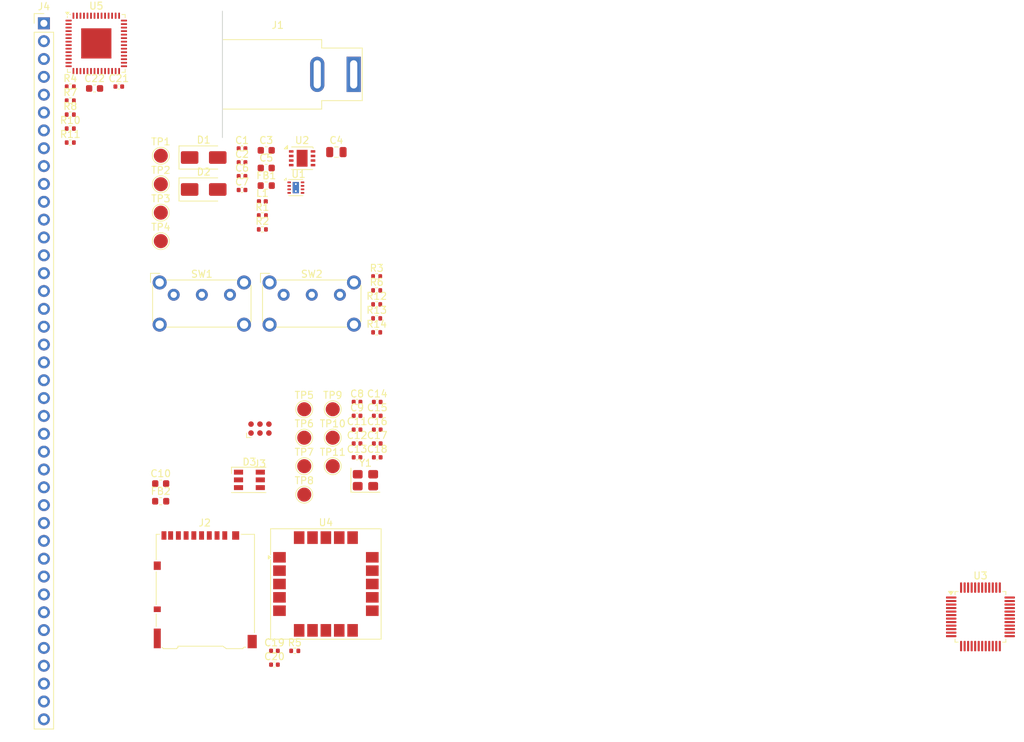
<source format=kicad_pcb>
(kicad_pcb (version 20241229) (generator "pcbnew") (generator_version "9.0")
  (layers (0 "F.Cu" signal) (4 "In1.Cu" power) (6 "In2.Cu" power) (2 "B.Cu" signal) (13 "F.Paste" user) (15 "B.Paste" user) (5 "F.SilkS" user "F.Silkscreen") (7 "B.SilkS" user "B.Silkscreen") (1 "F.Mask" user) (3 "B.Mask" user) (25 "Edge.Cuts" user))
  (net 0 "")
  (net 1 "Net-(D2-K)")
  (net 2 "GND")
  (net 3 "+12V")
  (net 4 "+5V")
  (net 5 "Net-(U2-Cdelay)")
  (net 6 "+3V3")
  (net 7 "OSC_In")
  (net 8 "OSC_Out")
  (net 9 "+A3V3")
  (net 10 "NRST")
  (net 11 "Net-(D1-A1)")
  (net 12 "Net-(D3-AR)")
  (net 13 "Net-(D3-AG)")
  (net 14 "Net-(D3-AB)")
  (net 16 "MicroSD_CS")
  (net 18 "SPI_MISO")
  (net 20 "SPI_SCK")
  (net 21 "SPI_MOSI")
  (net 24 "SWD_CLK")
  (net 25 "SWD_IO")
  (net 26 "P33")
  (net 27 "P7")
  (net 28 "P19")
  (net 29 "P29")
  (net 30 "P17")
  (net 31 "P27")
  (net 32 "P24")
  (net 33 "P39")
  (net 34 "P16")
  (net 35 "P26")
  (net 36 "P10")
  (net 37 "P13")
  (net 38 "P3")
  (net 39 "P8")
  (net 40 "P31")
  (net 41 "P18")
  (net 42 "P20")
  (net 43 "P2")
  (net 44 "P35")
  (net 45 "P36")
  (net 46 "P9")
  (net 47 "P25")
  (net 48 "P1")
  (net 49 "P11")
  (net 50 "P23")
  (net 51 "P12")
  (net 52 "P14")
  (net 53 "P6")
  (net 54 "P15")
  (net 55 "P37")
  (net 56 "P21")
  (net 57 "P28")
  (net 58 "P32")
  (net 59 "P30")
  (net 60 "P34")
  (net 61 "P5")
  (net 62 "P38")
  (net 63 "P40")
  (net 64 "P4")
  (net 65 "P22")
  (net 66 "Net-(U1-SW)")
  (net 67 "Net-(U1-PG)")
  (net 68 "Net-(U2-PWRGD)")
  (net 69 "Net-(SW1-B)")
  (net 70 "StartButtton")
  (net 71 "XPAN_OE")
  (net 72 "BOOT0")
  (net 73 "/Microcontroller/SW_BOOT0")
  (net 74 "XPAN_RESET")
  (net 75 "XPAN_INIT")
  (net 76 "I2C_SDA")
  (net 77 "I2C_SCL")
  (net 78 "Blue_LED")
  (net 79 "Green_LED")
  (net 80 "Red_LED")
  (net 81 "USART_RX")
  (net 82 "USART_TX")
  (net 103 "GPS_RESET")
  (net 104 "GPS_TIMEPULSE")
  (footprint "Capacitor_SMD:C_0402_1005Metric" (layer "F.Cu") (at 64.205 73.305)
    (property "Reference" "C16" (at 0 -1.16 0) (layer "F.SilkS"))
    (property "Value" "1u")
    (pad "1" smd roundrect (at -0.48 0) (size 0.56 0.62) (layers "F.Cu" "F.Mask" "F.Paste") (net 9 "+A3V3"))
    (pad "2" smd roundrect (at 0.48 0) (size 0.56 0.62) (layers "F.Cu" "F.Mask" "F.Paste") (net 2 "GND"))
  )
  (footprint "Button_Switch_THT:SW_E-Switch_EG1224_SPDT_Angled" (layer "F.Cu") (at 50.895 54.11)
    (property "Reference" "SW2" (at 4 -2.95 0) (layer "F.SilkS"))
    (property "Value" "SW_SPDT")
    (pad "" thru_hole circle (at -2 -1.75) (size 2 2) (drill 1.2) (layers "*.Cu" "*.Mask"))
    (pad "" thru_hole circle (at -2 4.25) (size 2 2) (drill 1.2) (layers "*.Cu" "*.Mask"))
    (pad "" thru_hole circle (at 10 -1.75) (size 2 2) (drill 1.2) (layers "*.Cu" "*.Mask"))
    (pad "" thru_hole circle (at 10 4.25) (size 2 2) (drill 1.2) (layers "*.Cu" "*.Mask"))
    (pad "1" thru_hole circle (at 0 0) (size 1.7 1.7) (drill 0.9) (layers "*.Cu" "*.Mask") (net 2 "GND"))
    (pad "2" thru_hole circle (at 4 0) (size 1.7 1.7) (drill 0.9) (layers "*.Cu" "*.Mask") (net 73 "/Microcontroller/SW_BOOT0"))
    (pad "3" thru_hole circle (at 8 0) (size 1.7 1.7) (drill 0.9) (layers "*.Cu" "*.Mask") (net 6 "+3V3"))
  )
  (footprint "Capacitor_SMD:C_0402_1005Metric" (layer "F.Cu") (at 64.205 71.335)
    (property "Reference" "C15" (at 0 -1.16 0) (layer "F.SilkS"))
    (property "Value" "10n")
    (pad "1" smd roundrect (at -0.48 0) (size 0.56 0.62) (layers "F.Cu" "F.Mask" "F.Paste") (net 9 "+A3V3"))
    (pad "2" smd roundrect (at 0.48 0) (size 0.56 0.62) (layers "F.Cu" "F.Mask" "F.Paste") (net 2 "GND"))
  )
  (footprint "TestPoint:TestPoint_Pad_D2.0mm" (layer "F.Cu") (at 53.825 78.505)
    (property "Reference" "TP7" (at 0 -1.998 0) (layer "F.SilkS"))
    (property "Value" "T-SCL")
    (pad "1" smd circle (at 0 0) (size 2 2) (layers "F.Cu" "F.Mask") (net 77 "I2C_SCL"))
  )
  (footprint "Resistor_SMD:R_0402_1005Metric" (layer "F.Cu") (at 64.125 51.495)
    (property "Reference" "R3" (at 0 -1.17 0) (layer "F.SilkS"))
    (property "Value" "10k")
    (pad "1" smd roundrect (at -0.51 0) (size 0.54 0.64) (layers "F.Cu" "F.Mask" "F.Paste") (net 69 "Net-(SW1-B)"))
    (pad "2" smd roundrect (at 0.51 0) (size 0.54 0.64) (layers "F.Cu" "F.Mask" "F.Paste") (net 70 "StartButtton"))
  )
  (footprint "Diode_SMD:D_SMA" (layer "F.Cu") (at 39.52 39.125)
    (property "Reference" "D2" (at 0 -2.5 0) (layer "F.SilkS"))
    (property "Value" "SS34")
    (pad "1" smd roundrect (at -2 0) (size 2.5 1.8) (layers "F.Cu" "F.Mask" "F.Paste") (roundrect_rratio 0.1388888889) (net 1 "Net-(D2-K)"))
    (pad "2" smd roundrect (at 2 0) (size 2.5 1.8) (layers "F.Cu" "F.Mask" "F.Paste") (roundrect_rratio 0.1388888889) (net 11 "Net-(D1-A1)"))
  )
  (footprint "Resistor_SMD:R_0402_1005Metric" (layer "F.Cu") (at 64.125 59.455)
    (property "Reference" "R14" (at 0 -1.17 0) (layer "F.SilkS"))
    (property "Value" "62")
    (pad "1" smd roundrect (at -0.51 0) (size 0.54 0.64) (layers "F.Cu" "F.Mask" "F.Paste") (net 12 "Net-(D3-AR)"))
    (pad "2" smd roundrect (at 0.51 0) (size 0.54 0.64) (layers "F.Cu" "F.Mask" "F.Paste") (net 80 "Red_LED"))
  )
  (footprint "Capacitor_SMD:C_0603_1608Metric" (layer "F.Cu") (at 48.415 33.555)
    (property "Reference" "C3" (at 0 -1.43 0) (layer "F.SilkS"))
    (property "Value" "10u")
    (pad "1" smd roundrect (at -0.775 0) (size 0.9 0.95) (layers "F.Cu" "F.Mask" "F.Paste") (net 3 "+12V"))
    (pad "2" smd roundrect (at 0.775 0) (size 0.9 0.95) (layers "F.Cu" "F.Mask" "F.Paste") (net 2 "GND"))
  )
  (footprint "Capacitor_SMD:C_0805_2012Metric" (layer "F.Cu") (at 58.395 33.805)
    (property "Reference" "C4" (at 0 -1.68 0) (layer "F.SilkS"))
    (property "Value" "22u")
    (pad "1" smd roundrect (at -0.95 0) (size 1 1.45) (layers "F.Cu" "F.Mask" "F.Paste") (net 4 "+5V"))
    (pad "2" smd roundrect (at 0.95 0) (size 1 1.45) (layers "F.Cu" "F.Mask" "F.Paste") (net 2 "GND"))
  )
  (footprint "TestPoint:TestPoint_Pad_D2.0mm" (layer "F.Cu") (at 57.875 78.505)
    (property "Reference" "TP11" (at 0 -1.998 0) (layer "F.SilkS"))
    (property "Value" "T-MOSI")
    (pad "1" smd circle (at 0 0) (size 2 2) (layers "F.Cu" "F.Mask") (net 21 "SPI_MOSI"))
  )
  (footprint "Resistor_SMD:R_0402_1005Metric" (layer "F.Cu") (at 20.545 26.475)
    (property "Reference" "R7" (at 0 -1.17 0) (layer "F.SilkS"))
    (property "Value" "1k1")
    (pad "1" smd roundrect (at -0.51 0) (size 0.54 0.64) (layers "F.Cu" "F.Mask" "F.Paste") (net 4 "+5V"))
    (pad "2" smd roundrect (at 0.51 0) (size 0.54 0.64) (layers "F.Cu" "F.Mask" "F.Paste") (net 74 "XPAN_RESET"))
  )
  (footprint "Package_DFN_QFN:QFN-56-1EP_8x8mm_P0.5mm_EP4.3x4.3mm" (layer "F.Cu") (at 24.245 18.335)
    (property "Reference" "U5" (at 0 -5.33 0) (layer "F.SilkS"))
    (property "Value" "PCA9506BS")
    (pad "1" smd roundrect (at -3.9375 -3.25) (size 0.875 0.25) (layers "F.Cu" "F.Mask" "F.Paste") (net 61 "P5"))
    (pad "2" smd roundrect (at -3.9375 -2.75) (size 0.875 0.25) (layers "F.Cu" "F.Mask" "F.Paste") (net 53 "P6"))
    (pad "3" smd roundrect (at -3.9375 -2.25) (size 0.875 0.25) (layers "F.Cu" "F.Mask" "F.Paste") (net 27 "P7"))
    (pad "4" smd roundrect (at -3.9375 -1.75) (size 0.875 0.25) (layers "F.Cu" "F.Mask" "F.Paste") (net 2 "GND"))
    (pad "5" smd roundrect (at -3.9375 -1.25) (size 0.875 0.25) (layers "F.Cu" "F.Mask" "F.Paste") (net 39 "P8"))
    (pad "6" smd roundrect (at -3.9375 -0.75) (size 0.875 0.25) (layers "F.Cu" "F.Mask" "F.Paste") (net 46 "P9"))
    (pad "7" smd roundrect (at -3.9375 -0.25) (size 0.875 0.25) (layers "F.Cu" "F.Mask" "F.Paste") (net 36 "P10"))
    (pad "8" smd roundrect (at -3.9375 0.25) (size 0.875 0.25) (layers "F.Cu" "F.Mask" "F.Paste") (net 49 "P11"))
    (pad "9" smd roundrect (at -3.9375 0.75) (size 0.875 0.25) (layers "F.Cu" "F.Mask" "F.Paste") (net 51 "P12"))
    (pad "10" smd roundrect (at -3.9375 1.25) (size 0.875 0.25) (layers "F.Cu" "F.Mask" "F.Paste") (net 37 "P13"))
    (pad "11" smd roundrect (at -3.9375 1.75) (size 0.875 0.25) (layers "F.Cu" "F.Mask" "F.Paste") (net 4 "+5V"))
    (pad "12" smd roundrect (at -3.9375 2.25) (size 0.875 0.25) (layers "F.Cu" "F.Mask" "F.Paste") (net 52 "P14"))
    (pad "13" smd roundrect (at -3.9375 2.75) (size 0.875 0.25) (layers "F.Cu" "F.Mask" "F.Paste") (net 54 "P15"))
    (pad "14" smd roundrect (at -3.9375 3.25) (size 0.875 0.25) (layers "F.Cu" "F.Mask" "F.Paste") (net 34 "P16"))
    (pad "15" smd roundrect (at -3.25 3.9375) (size 0.25 0.875) (layers "F.Cu" "F.Mask" "F.Paste") (net 30 "P17"))
    (pad "16" smd roundrect (at -2.75 3.9375) (size 0.25 0.875) (layers "F.Cu" "F.Mask" "F.Paste") (net 2 "GND"))
    (pad "17" smd roundrect (at -2.25 3.9375) (size 0.25 0.875) (layers "F.Cu" "F.Mask" "F.Paste") (net 41 "P18"))
    (pad "18" smd roundrect (at -1.75 3.9375) (size 0.25 0.875) (layers "F.Cu" "F.Mask" "F.Paste") (net 28 "P19"))
    (pad "19" smd roundrect (at -1.25 3.9375) (size 0.25 0.875) (layers "F.Cu" "F.Mask" "F.Paste") (net 42 "P20"))
    (pad "20" smd roundrect (at -0.75 3.9375) (size 0.25 0.875) (layers "F.Cu" "F.Mask" "F.Paste") (net 2 "GND"))
    (pad "21" smd roundrect (at -0.25 3.9375) (size 0.25 0.875) (layers "F.Cu" "F.Mask" "F.Paste") (net 2 "GND"))
    (pad "22" smd roundrect (at 0.25 3.9375) (size 0.25 0.875) (layers "F.Cu" "F.Mask" "F.Paste") (net 2 "GND"))
    (pad "23" smd roundrect (at 0.75 3.9375) (size 0.25 0.875) (layers "F.Cu" "F.Mask" "F.Paste") (net 71 "XPAN_OE"))
    (pad "24" smd roundrect (at 1.25 3.9375) (size 0.25 0.875) (layers "F.Cu" "F.Mask" "F.Paste") (net 56 "P21"))
    (pad "25" smd roundrect (at 1.75 3.9375) (size 0.25 0.875) (layers "F.Cu" "F.Mask" "F.Paste") (net 65 "P22"))
    (pad "26" smd roundrect (at 2.25 3.9375) (size 0.25 0.875) (layers "F.Cu" "F.Mask" "F.Paste") (net 50 "P23"))
    (pad "27" smd roundrect (at 2.75 3.9375) (size 0.25 0.875) (layers "F.Cu" "F.Mask" "F.Paste") (net 2 "GND"))
    (pad "28" smd roundrect (at 3.25 3.9375) (size 0.25 0.875) (layers "F.Cu" "F.Mask" "F.Paste") (net 32 "P24"))
    (pad "29" smd roundrect (at 3.9375 3.25) (size 0.875 0.25) (layers "F.Cu" "F.Mask" "F.Paste") (net 47 "P25"))
    (pad "30" smd roundrect (at 3.9375 2.75) (size 0.875 0.25) (layers "F.Cu" "F.Mask" "F.Paste") (net 35 "P26"))
    (pad "31" smd roundrect (at 3.9375 2.25) (size 0.875 0.25) (layers "F.Cu" "F.Mask" "F.Paste") (net 31 "P27"))
    (pad "32" smd roundrect (at 3.9375 1.75) (size 0.875 0.25) (layers "F.Cu" "F.Mask" "F.Paste") (net 2 "GND"))
    (pad "33" smd roundrect (at 3.9375 1.25) (size 0.875 0.25) (layers "F.Cu" "F.Mask" "F.Paste") (net 57 "P28"))
    (pad "34" smd roundrect (at 3.9375 0.75) (size 0.875 0.25) (layers "F.Cu" "F.Mask" "F.Paste") (net 29 "P29"))
    (pad "35" smd roundrect (at 3.9375 0.25) (size 0.875 0.25) (layers "F.Cu" "F.Mask" "F.Paste") (net 59 "P30"))
    (pad "36" smd roundrect (at 3.9375 -0.25) (size 0.875 0.25) (layers "F.Cu" "F.Mask" "F.Paste") (net 40 "P31"))
    (pad "37" smd roundrect (at 3.9375 -0.75) (size 0.875 0.25) (layers "F.Cu" "F.Mask" "F.Paste") (net 58 "P32"))
    (pad "38" smd roundrect (at 3.9375 -1.25) (size 0.875 0.25) (layers "F.Cu" "F.Mask" "F.Paste") (net 26 "P33"))
    (pad "39" smd roundrect (at 3.9375 -1.75) (size 0.875 0.25) (layers "F.Cu" "F.Mask" "F.Paste") (net 4 "+5V"))
    (pad "40" smd roundrect (at 3.9375 -2.25) (size 0.875 0.25) (layers "F.Cu" "F.Mask" "F.Paste") (net 60 "P34"))
    (pad "41" smd roundrect (at 3.9375 -2.75) (size 0.875 0.25) (layers "F.Cu" "F.Mask" "F.Paste") (net 44 "P35"))
    (pad "42" smd roundrect (at 3.9375 -3.25) (size 0.875 0.25) (layers "F.Cu" "F.Mask" "F.Paste") (net 45 "P36"))
    (pad "43" smd roundrect (at 3.25 -3.9375) (size 0.25 0.875) (layers "F.Cu" "F.Mask" "F.Paste") (net 55 "P37"))
    (pad "44" smd roundrect (at 2.75 -3.9375) (size 0.25 0.875) (layers "F.Cu" "F.Mask" "F.Paste") (net 2 "GND"))
    (pad "45" smd roundrect (at 2.25 -3.9375) (size 0.25 0.875) (layers "F.Cu" "F.Mask" "F.Paste") (net 62 "P38"))
    (pad "46" smd roundrect (at 1.75 -3.9375) (size 0.25 0.875) (layers "F.Cu" "F.Mask" "F.Paste") (net 33 "P39"))
    (pad "47" smd roundrect (at 1.25 -3.9375) (size 0.25 0.875) (layers "F.Cu" "F.Mask" "F.Paste") (net 63 "P40"))
    (pad "48" smd roundrect (at 0.75 -3.9375) (size 0.25 0.875) (layers "F.Cu" "F.Mask" "F.Paste") (net 75 "XPAN_INIT"))
    (pad "49" smd roundrect (at 0.25 -3.9375) (size 0.25 0.875) (layers "F.Cu" "F.Mask" "F.Paste") (net 74 "XPAN_RESET"))
    (pad "50" smd roundrect (at -0.25 -3.9375) (size 0.25 0.875) (layers "F.Cu" "F.Mask" "F.Paste") (net 76 "I2C_SDA"))
    (pad "51" smd roundrect (at -0.75 -3.9375) (size 0.25 0.875) (layers "F.Cu" "F.Mask" "F.Paste") (net 77 "I2C_SCL"))
    (pad "52" smd roundrect (at -1.25 -3.9375) (size 0.25 0.875) (layers "F.Cu" "F.Mask" "F.Paste") (net 48 "P1"))
    (pad "53" smd roundrect (at -1.75 -3.9375) (size 0.25 0.875) (layers "F.Cu" "F.Mask" "F.Paste") (net 43 "P2"))
    (pad "54" smd roundrect (at -2.25 -3.9375) (size 0.25 0.875) (layers "F.Cu" "F.Mask" "F.Paste") (net 38 "P3"))
    (pad "55" smd roundrect (at -2.75 -3.9375) (size 0.25 0.875) (layers "F.Cu" "F.Mask" "F.Paste") (net 2 "GND"))
    (pad "56" smd roundrect (at -3.25 -3.9375) (size 0.25 0.875) (layers "F.Cu" "F.Mask" "F.Paste") (net 64 "P4"))
    (pad "57" smd rect (at 0 0) (size 4.3 4.3) (property pad_prop_heatsink) (layers "F.Cu" "F.Mask") (net 2 "GND"))
  )
  (footprint "Connector_PinHeader_2.54mm:PinHeader_1x40_P2.54mm_Vertical" (layer "F.Cu") (at 16.795 15.475)
    (property "Reference" "J4" (at 0 -2.38 0) (layer "F.SilkS"))
    (property "Value" "Conn_01x40_Pin")
    (pad "1" thru_hole rect (at 0 0) (size 1.7 1.7) (drill 1) (layers "*.Cu" "*.Mask") (net 48 "P1"))
    (pad "2" thru_hole circle (at 0 2.54) (size 1.7 1.7) (drill 1) (layers "*.Cu" "*.Mask") (net 43 "P2"))
    (pad "3" thru_hole circle (at 0 5.08) (size 1.7 1.7) (drill 1) (layers "*.Cu" "*.Mask") (net 38 "P3"))
    (pad "4" thru_hole circle (at 0 7.62) (size 1.7 1.7) (drill 1) (layers "*.Cu" "*.Mask") (net 64 "P4"))
    (pad "5" thru_hole circle (at 0 10.16) (size 1.7 1.7) (drill 1) (layers "*.Cu" "*.Mask") (net 61 "P5"))
    (pad "6" thru_hole circle (at 0 12.7) (size 1.7 1.7) (drill 1) (layers "*.Cu" "*.Mask") (net 53 "P6"))
    (pad "7" thru_hole circle (at 0 15.24) (size 1.7 1.7) (drill 1) (layers "*.Cu" "*.Mask") (net 27 "P7"))
    (pad "8" thru_hole circle (at 0 17.78) (size 1.7 1.7) (drill 1) (layers "*.Cu" "*.Mask") (net 39 "P8"))
    (pad "9" thru_hole circle (at 0 20.32) (size 1.7 1.7) (drill 1) (layers "*.Cu" "*.Mask") (net 46 "P9"))
    (pad "10" thru_hole circle (at 0 22.86) (size 1.7 1.7) (drill 1) (layers "*.Cu" "*.Mask") (net 36 "P10"))
    (pad "11" thru_hole circle (at 0 25.4) (size 1.7 1.7) (drill 1) (layers "*.Cu" "*.Mask") (net 49 "P11"))
    (pad "12" thru_hole circle (at 0 27.94) (size 1.7 1.7) (drill 1) (layers "*.Cu" "*.Mask") (net 51 "P12"))
    (pad "13" thru_hole circle (at 0 30.48) (size 1.7 1.7) (drill 1) (layers "*.Cu" "*.Mask") (net 37 "P13"))
    (pad "14" thru_hole circle (at 0 33.02) (size 1.7 1.7) (drill 1) (layers "*.Cu" "*.Mask") (net 52 "P14"))
    (pad "15" thru_hole circle (at 0 35.56) (size 1.7 1.7) (drill 1) (layers "*.Cu" "*.Mask") (net 54 "P15"))
    (pad "16" thru_hole circle (at 0 38.1) (size 1.7 1.7) (drill 1) (layers "*.Cu" "*.Mask") (net 34 "P16"))
    (pad "17" thru_hole circle (at 0 40.64) (size 1.7 1.7) (drill 1) (layers "*.Cu" "*.Mask") (net 30 "P17"))
    (pad "18" thru_hole circle (at 0 43.18) (size 1.7 1.7) (drill 1) (layers "*.Cu" "*.Mask") (net 41 "P18"))
    (pad "19" thru_hole circle (at 0 45.72) (size 1.7 1.7) (drill 1) (layers "*.Cu" "*.Mask") (net 28 "P19"))
    (pad "20" thru_hole circle (at 0 48.26) (size 1.7 1.7) (drill 1) (layers "*.Cu" "*.Mask") (net 42 "P20"))
    (pad "21" thru_hole circle (at 0 50.8) (size 1.7 1.7) (drill 1) (layers "*.Cu" "*.Mask") (net 56 "P21"))
    (pad "22" thru_hole circle (at 0 53.34) (size 1.7 1.7) (drill 1) (layers "*.Cu" "*.Mask") (net 65 "P22"))
    (pad "23" thru_hole circle (at 0 55.88) (size 1.7 1.7) (drill 1) (layers "*.Cu" "*.Mask") (net 50 "P23"))
    (pad "24" thru_hole circle (at 0 58.42) (size 1.7 1.7) (drill 1) (layers "*.Cu" "*.Mask") (net 32 "P24"))
    (pad "25" thru_hole circle (at 0 60.96) (size 1.7 1.7) (drill 1) (layers "*.Cu" "*.Mask") (net 47 "P25"))
    (pad "26" thru_hole circle (at 0 63.5) (size 1.7 1.7) (drill 1) (layers "*.Cu" "*.Mask") (net 35 "P26"))
    (pad "27" thru_hole circle (at 0 66.04) (size 1.7 1.7) (drill 1) (layers "*.Cu" "*.Mask") (net 31 "P27"))
    (pad "28" thru_hole circle (at 0 68.58) (size 1.7 1.7) (drill 1) (layers "*.Cu" "*.Mask") (net 57 "P28"))
    (pad "29" thru_hole circle (at 0 71.12) (size 1.7 1.7) (drill 1) (layers "*.Cu" "*.Mask") (net 29 "P29"))
    (pad "30" thru_hole circle (at 0 73.66) (size 1.7 1.7) (drill 1) (layers "*.Cu" "*.Mask") (net 59 "P30"))
    (pad "31" thru_hole circle (at 0 76.2) (size 1.7 1.7) (drill 1) (layers "*.Cu" "*.Mask") (net 40 "P31"))
    (pad "32" thru_hole circle (at 0 78.74) (size 1.7 1.7) (drill 1) (layers "*.Cu" "*.Mask") (net 58 "P32"))
    (pad "33" thru_hole circle (at 0 81.28) (size 1.7 1.7) (drill 1) (layers "*.Cu" "*.Mask") (net 26 "P33"))
    (pad "34" thru_hole circle (at 0 83.82) (size 1.7 1.7) (drill 1) (layers "*.Cu" "*.Mask") (net 60 "P34"))
    (pad "35" thru_hole circle (at 0 86.36) (size 1.7 1.7) (drill 1) (layers "*.Cu" "*.Mask") (net 44 "P35"))
    (pad "36" thru_hole circle (at 0 88.9) (size 1.7 1.7) (drill 1) (layers "*.Cu" "*.Mask") (net 45 "P36"))
    (pad "37" thru_hole circle (at 0 91.44) (size 1.7 1.7) (drill 1) (layers "*.Cu" "*.Mask") (net 55 "P37"))
    (pad "38" thru_hole circle (at 0 93.98) (size 1.7 1.7) (drill 1) (layers "*.Cu" "*.Mask") (net 62 "P38"))
    (pad "39" thru_hole circle (at 0 96.52) (size 1.7 1.7) (drill 1) (layers "*.Cu" "*.Mask") (net 33 "P39"))
    (pad "40" thru_hole circle (at 0 99.06) (size 1.7 1.7) (drill 1) (layers "*.Cu" "*.Mask") (net 63 "P40"))
  )
  (footprint "Resistor_SMD:R_0402_1005Metric" (layer "F.Cu") (at 47.865 42.815)
    (property "Reference" "R1" (at 0 -1.17 0) (layer "F.SilkS"))
    (property "Value" "100k")
    (pad "1" smd roundrect (at -0.51 0) (size 0.54 0.64) (layers "F.Cu" "F.Mask" "F.Paste") (net 4 "+5V"))
    (pad "2" smd roundrect (at 0.51 0) (size 0.54 0.64) (layers "F.Cu" "F.Mask" "F.Paste") (net 67 "Net-(U1-PG)"))
  )
  (footprint "Capacitor_SMD:C_0603_1608Metric" (layer "F.Cu") (at 33.405 80.985)
    (property "Reference" "C10" (at 0 -1.43 0) (layer "F.SilkS"))
    (property "Value" "4u7")
    (pad "1" smd roundrect (at -0.775 0) (size 0.9 0.95) (layers "F.Cu" "F.Mask" "F.Paste") (net 6 "+3V3"))
    (pad "2" smd roundrect (at 0.775 0) (size 0.9 0.95) (layers "F.Cu" "F.Mask" "F.Paste") (net 2 "GND"))
  )
  (footprint "Resistor_SMD:R_0402_1005Metric" (layer "F.Cu") (at 64.125 55.475)
    (property "Reference" "R12" (at 0 -1.17 0) (layer "F.SilkS"))
    (property "Value" "75")
    (pad "1" smd roundrect (at -0.51 0) (size 0.54 0.64) (layers "F.Cu" "F.Mask" "F.Paste") (net 14 "Net-(D3-AB)"))
    (pad "2" smd roundrect (at 0.51 0) (size 0.54 0.64) (layers "F.Cu" "F.Mask" "F.Paste") (net 78 "Blue_LED"))
  )
  (footprint "Capacitor_SMD:C_0402_1005Metric" (layer "F.Cu") (at 44.975 33.285)
    (property "Reference" "C1" (at 0 -1.16 0) (layer "F.SilkS"))
    (property "Value" "1u")
    (pad "1" smd roundrect (at -0.48 0) (size 0.56 0.62) (layers "F.Cu" "F.Mask" "F.Paste") (net 1 "Net-(D2-K)"))
    (pad "2" smd roundrect (at 0.48 0) (size 0.56 0.62) (layers "F.Cu" "F.Mask" "F.Paste") (net 2 "GND"))
  )
  (footprint "Capacitor_SMD:C_0402_1005Metric" (layer "F.Cu") (at 44.975 37.225)
    (property "Reference" "C6" (at 0 -1.16 0) (layer "F.SilkS"))
    (property "Value" "1n")
    (pad "1" smd roundrect (at -0.48 0) (size 0.56 0.62) (layers "F.Cu" "F.Mask" "F.Paste") (net 5 "Net-(U2-Cdelay)"))
    (pad "2" smd roundrect (at 0.48 0) (size 0.56 0.62) (layers "F.Cu" "F.Mask" "F.Paste") (net 2 "GND"))
  )
  (footprint "TestPoint:TestPoint_Pad_D2.0mm" (layer "F.Cu") (at 33.425 42.425)
    (property "Reference" "TP3" (at 0 -1.998 0) (layer "F.SilkS"))
    (property "Value" "T-5V")
    (pad "1" smd circle (at 0 0) (size 2 2) (layers "F.Cu" "F.Mask") (net 4 "+5V"))
  )
  (footprint "Inductor_SMD:L_0402_1005Metric" (layer "F.Cu") (at 47.865 40.825)
    (property "Reference" "L1" (at 0 -1.17 0) (layer "F.SilkS"))
    (property "Value" "2u2")
    (pad "1" smd roundrect (at -0.485 0) (size 0.59 0.64) (layers "F.Cu" "F.Mask" "F.Paste") (net 66 "Net-(U1-SW)"))
    (pad "2" smd roundrect (at 0.485 0) (size 0.59 0.64) (layers "F.Cu" "F.Mask" "F.Paste") (net 4 "+5V"))
  )
  (footprint "Connector:Tag-Connect_TC2030-IDC-FP_2x03_P1.27mm_Vertical" (layer "F.Cu") (at 47.525 73.155)
    (property "Reference" "J3" (at 0 5 0) (layer "F.SilkS"))
    (property "Value" "ST_Link")
    (pad "" np_thru_hole circle (at -2.54 -2.54) (size 2.3749 2.3749) (drill 2.3749) (layers "*.Cu" "*.Mask"))
    (pad "" np_thru_hole circle (at -2.54 0) (size 0.9906 0.9906) (drill 0.9906) (layers "*.Cu" "*.Mask"))
    (pad "" np_thru_hole circle (at -2.54 2.54) (size 2.3749 2.3749) (drill 2.3749) (layers "*.Cu" "*.Mask"))
    (pad "" np_thru_hole circle (at 0.635 -2.54) (size 2.3749 2.3749) (drill 2.3749) (layers "*.Cu" "*.Mask"))
    (pad "" np_thru_hole circle (at 0.635 2.54) (size 2.3749 2.3749) (drill 2.3749) (layers "*.Cu" "*.Mask"))
    (pad "" np_thru_hole circle (at 2.54 -1.016) (size 0.9906 0.9906) (drill 0.9906) (layers "*.Cu" "*.Mask"))
    (pad "" np_thru_hole circle (at 2.54 1.016) (size 0.9906 0.9906) (drill 0.9906) (layers "*.Cu" "*.Mask"))
    (pad "1" connect circle (at -1.27 0.635) (size 0.7874 0.7874) (layers "F.Cu" "F.Mask") (net 6 "+3V3"))
    (pad "2" connect circle (at -1.27 -0.635) (size 0.7874 0.7874) (layers "F.Cu" "F.Mask") (net 25 "SWD_IO"))
    (pad "3" connect circle (at 0 0.635) (size 0.7874 0.7874) (layers "F.Cu" "F.Mask") (net 10 "NRST"))
    (pad "4" connect circle (at 0 -0.635) (size 0.7874 0.7874) (layers "F.Cu" "F.Mask") (net 24 "SWD_CLK"))
    (pad "5" connect circle (at 1.27 0.635) (size 0.7874 0.7874) (layers "F.Cu" "F.Mask") (net 2 "GND"))
    (pad "6" connect circle (at 1.27 -0.635) (size 0.7874 0.7874) (layers "F.Cu" "F.Mask"))
  )
  (footprint "Capacitor_SMD:C_0402_1005Metric" (layer "F.Cu") (at 61.335 71.335)
    (property "Reference" "C9" (at 0 -1.16 0) (layer "F.SilkS"))
    (property "Value" "10p")
    (pad "1" smd roundrect (at -0.48 0) (size 0.56 0.62) (layers "F.Cu" "F.Mask" "F.Paste") (net 8 "OSC_Out"))
    (pad "2" smd roundrect (at 0.48 0) (size 0.56 0.62) (layers "F.Cu" "F.Mask" "F.Paste") (net 2 "GND"))
  )
  (footprint "Capacitor_SMD:C_0402_1005Metric" (layer "F.Cu") (at 61.335 75.275)
    (property "Reference" "C12" (at 0 -1.16 0) (layer "F.SilkS"))
    (property "Value" "100n")
    (pad "1" smd roundrect (at -0.48 0) (size 0.56 0.62) (layers "F.Cu" "F.Mask" "F.Paste") (net 6 "+3V3"))
    (pad "2" smd roundrect (at 0.48 0) (size 0.56 0.62) (layers "F.Cu" "F.Mask" "F.Paste") (net 2 "GND"))
  )
  (footprint "Resistor_SMD:R_0402_1005Metric" (layer "F.Cu") (at 20.545 28.465)
    (property "Reference" "R8" (at 0 -1.17 0) (layer "F.SilkS"))
    (property "Value" "2k")
    (pad "1" smd roundrect (at -0.51 0) (size 0.54 0.64) (layers "F.Cu" "F.Mask" "F.Paste") (net 4 "+5V"))
    (pad "2" smd roundrect (at 0.51 0) (size 0.54 0.64) (layers "F.Cu" "F.Mask" "F.Paste") (net 75 "XPAN_INIT"))
  )
  (footprint "Resistor_SMD:R_0402_1005Metric" (layer "F.Cu") (at 20.545 30.455)
    (property "Reference" "R10" (at 0 -1.17 0) (layer "F.SilkS"))
    (property "Value" "1k6")
    (pad "1" smd roundrect (at -0.51 0) (size 0.54 0.64) (layers "F.Cu" "F.Mask" "F.Paste") (net 4 "+5V"))
    (pad "2" smd roundrect (at 0.51 0) (size 0.54 0.64) (layers "F.Cu" "F.Mask" "F.Paste") (net 76 "I2C_SDA"))
  )
  (footprint "Inductor_SMD:L_0603_1608Metric" (layer "F.Cu") (at 33.405 83.495)
    (property "Reference" "FB2" (at 0 -1.43 0) (layer "F.SilkS"))
    (property "Value" "120R")
    (pad "1" smd roundrect (at -0.7875 0) (size 0.875 0.95) (layers "F.Cu" "F.Mask" "F.Paste") (net 9 "+A3V3"))
    (pad "2" smd roundrect (at 0.7875 0) (size 0.875 0.95) (layers "F.Cu" "F.Mask" "F.Paste") (net 6 "+3V3"))
  )
  (footprint "Diode_SMD:D_SMA" (layer "F.Cu") (at 39.52 34.575)
    (property "Reference" "D1" (at 0 -2.5 0) (layer "F.SilkS"))
    (property "Value" "SMAJ15A")
    (pad "1" smd roundrect (at -2 0) (size 2.5 1.8) (layers "F.Cu" "F.Mask" "F.Paste") (roundrect_rratio 0.1388888889) (net 11 "Net-(D1-A1)"))
    (pad "2" smd roundrect (at 2 0) (size 2.5 1.8) (layers "F.Cu" "F.Mask" "F.Paste") (roundrect_rratio 0.1388888889) (net 2 "GND"))
  )
  (footprint "Capacitor_SMD:C_0402_1005Metric" (layer "F.Cu") (at 64.205 75.275)
    (property "Reference" "C17" (at 0 -1.16 0) (layer "F.SilkS"))
    (property "Value" "1u")
    (pad "1" smd roundrect (at -0.48 0) (size 0.56 0.62) (layers "F.Cu" "F.Mask" "F.Paste") (net 6 "+3V3"))
    (pad "2" smd roundrect (at 0.48 0) (size 0.56 0.62) (layers "F.Cu" "F.Mask" "F.Paste") (net 2 "GND"))
  )
  (footprint "Inductor_SMD:L_0603_1608Metric" (layer "F.Cu") (at 48.415 38.575)
    (property "Reference" "FB1" (at 0 -1.43 0) (layer "F.SilkS"))
    (property "Value" "120R")
    (pad "1" smd roundrect (at -0.7875 0) (size 0.875 0.95) (layers "F.Cu" "F.Mask" "F.Paste") (net 1 "Net-(D2-K)"))
    (pad "2" smd roundrect (at 0.7875 0) (size 0.875 0.95) (layers "F.Cu" "F.Mask" "F.Paste") (net 3 "+12V"))
  )
  (footprint "Capacitor_SMD:C_0402_1005Metric" (layer "F.Cu") (at 61.335 77.245)
    (property "Reference" "C13" (at 0 -1.16 0) (layer "F.SilkS"))
    (property "Value" "100n")
    (pad "1" smd roundrect (at -0.48 0) (size 0.56 0.62) (layers "F.Cu" "F.Mask" "F.Paste") (net 6 "+3V3"))
    (pad "2" smd roundrect (at 0.48 0) (size 0.56 0.62) (layers "F.Cu" "F.Mask" "F.Paste") (net 2 "GND"))
  )
  (footprint "TestPoint:TestPoint_Pad_D2.0mm" (layer "F.Cu") (at 53.825 74.455)
    (property "Reference" "TP6" (at 0 -1.998 0) (layer "F.SilkS"))
    (property "Value" "T-RX")
    (pad "1" smd circle (at 0 0) (size 2 2) (layers "F.Cu" "F.Mask") (net 82 "USART_TX"))
  )
  (footprint "Capacitor_SMD:C_0402_1005Metric" (layer "F.Cu") (at 61.335 69.365)
    (property "Reference" "C8" (at 0 -1.16 0) (layer "F.SilkS"))
    (property "Value" "10p")
    (pad "1" smd roundrect (at -0.48 0) (size 0.56 0.62) (layers "F.Cu" "F.Mask" "F.Paste") (net 7 "OSC_In"))
    (pad "2" smd roundrect (at 0.48 0) (size 0.56 0.62) (layers "F.Cu" "F.Mask" "F.Paste") (net 2 "GND"))
  )
  (footprint "LED_SMD:LED_RGB_PLCC-6" (layer "F.Cu") (at 46.025 80.455)
    (property "Reference" "D3" (at 0 -2.55 180) (layer "F.SilkS"))
    (property "Value" "CLX6F-FKC")
    (pad "1" smd rect (at -1.55 -1.1 90) (size 0.7 1.3) (layers "F.Cu" "F.Mask" "F.Paste") (net 2 "GND"))
    (pad "2" smd rect (at -1.55 0 90) (size 0.7 1.3) (layers "F.Cu" "F.Mask" "F.Paste") (net 2 "GND"))
    (pad "3" smd rect (at -1.55 1.1 90) (size 0.7 1.3) (layers "F.Cu" "F.Mask" "F.Paste") (net 2 "GND"))
    (pad "4" smd rect (at 1.55 1.1 90) (size 0.7 1.3) (layers "F.Cu" "F.Mask" "F.Paste") (net 12 "Net-(D3-AR)"))
    (pad "5" smd rect (at 1.55 0 90) (size 0.7 1.3) (layers "F.Cu" "F.Mask" "F.Paste") (net 13 "Net-(D3-AG)"))
    (pad "6" smd rect (at 1.55 -1.1 90) (size 0.7 1.3) (layers "F.Cu" "F.Mask" "F.Paste") (net 14 "Net-(D3-AB)"))
  )
  (footprint "Capacitor_SMD:C_0402_1005Metric" (layer "F.Cu") (at 44.975 39.195)
    (property "Reference" "C7" (at 0 -1.16 0) (layer "F.SilkS"))
    (property "Value" "1u")
    (pad "1" smd roundrect (at -0.48 0) (size 0.56 0.62) (layers "F.Cu" "F.Mask" "F.Paste") (net 6 "+3V3"))
    (pad "2" smd roundrect (at 0.48 0) (size 0.56 0.62) (layers "F.Cu" "F.Mask" "F.Paste") (net 2 "GND"))
  )
  (footprint "Capacitor_SMD:C_0402_1005Metric" (layer "F.Cu") (at 61.335 73.305)
    (property "Reference" "C11" (at 0 -1.16 0) (layer "F.SilkS"))
    (property "Value" "100n")
    (pad "1" smd roundrect (at -0.48 0) (size 0.56 0.62) (layers "F.Cu" "F.Mask" "F.Paste") (net 6 "+3V3"))
    (pad "2" smd roundrect (at 0.48 0) (size 0.56 0.62) (layers "F.Cu" "F.Mask" "F.Paste") (net 2 "GND"))
  )
  (footprint "Capacitor_SMD:C_0402_1005Metric" (layer "F.Cu") (at 64.205 77.245)
    (property "Reference" "C18" (at 0 -1.16 0) (layer "F.SilkS"))
    (property "Value" "100n")
    (pad "1" smd roundrect (at -0.48 0) (size 0.56 0.62) (layers "F.Cu" "F.Mask" "F.Paste") (net 2 "GND"))
    (pad "2" smd roundrect (at 0.48 0) (size 0.56 0.62) (layers "F.Cu" "F.Mask" "F.Paste") (net 10 "NRST"))
  )
  (footprint "Resistor_SMD:R_0402_1005Metric" (layer "F.Cu") (at 20.545 32.445)
    (property "Reference" "R11" (at 0 -1.17 0) (layer "F.SilkS"))
    (property "Value" "1k6")
    (pad "1" smd roundrect (at -0.51 0) (size 0.54 0.64) (layers "F.Cu" "F.Mask" "F.Paste") (net 4 "+5V"))
    (pad "2" smd roundrect (at 0.51 0) (size 0.54 0.64) (layers "F.Cu" "F.Mask" "F.Paste") (net 77 "I2C_SCL"))
  )
  (footprint "TestPoint:TestPoint_Pad_D2.0mm" (layer "F.Cu") (at 57.875 70.405)
    (property "Reference" "TP9" (at 0 -1.998 0) (layer "F.SilkS"))
    (property "Value" "T-SCK")
    (pad "1" smd circle (at 0 0) (size 2 2) (layers "F.Cu" "F.Mask") (net 20 "SPI_SCK"))
  )
  (footprint "TestPoint:TestPoint_Pad_D2.0mm" (layer "F.Cu") (at 33.425 34.325)
    (property "Reference" "TP1" (at 0 -1.998 0) (layer "F.SilkS"))
    (property "Value" "T-GND")
    (pad "1" smd circle (at 0 0) (size 2 2) (layers "F.Cu" "F.Mask") (net 2 "GND"))
  )
  (footprint "Resistor_SMD:R_0402_1005Metric" (layer "F.Cu") (at 64.125 53.485)
    (property "Reference" "R6" (at 0 -1.17 0) (layer "F.SilkS"))
    (property "Value" "10k")
    (pad "1" smd roundrect (at -0.51 0) (size 0.54 0.64) (layers "F.Cu" "F.Mask" "F.Paste") (net 73 "/Microcontroller/SW_BOOT0"))
    (pad "2" smd roundrect (at 0.51 0) (size 0.54 0.64) (layers "F.Cu" "F.Mask" "F.Paste") (net 72 "BOOT0"))
  )
  (footprint "Capacitor_SMD:C_0402_1005Metric" (layer "F.Cu") (at 49.585 104.785)
    (property "Reference" "C19" (at 0 -1.16 0) (layer "F.SilkS"))
    (property "Value" "100n")
    (pad "1" smd roundrect (at -0.48 0) (size 0.56 0.62) (layers "F.Cu" "F.Mask" "F.Paste") (net 6 "+3V3"))
    (pad "2" smd roundrect (at 0.48 0) (size 0.56 0.62) (layers "F.Cu" "F.Mask" "F.Paste") (net 2 "GND"))
  )
  (footprint "TestPoint:TestPoint_Pad_D2.0mm" (layer "F.Cu") (at 33.425 46.475)
    (property "Reference" "TP4" (at 0 -1.998 0) (layer "F.SilkS"))
    (property "Value" "T-3V3")
    (pad "1" smd circle (at 0 0) (size 2 2) (layers "F.Cu" "F.Mask") (net 6 "+3V3"))
  )
  (footprint "Connector_BarrelJack:BarrelJack_SwitchcraftConxall_RAPC10U_Horizontal" (layer "F.Cu") (at 60.855 22.74)
    (property "Reference" "J1" (at -10.8 -7 0) (layer "F.SilkS"))
    (property "Value" "12V Jack")
    (fp_line (start -18.67 -9) (end -18.67 9) (stroke (width 0.12)) (layer "Edge.Cuts"))
    (pad "1" thru_hole rect (at 0 0) (size 2.02 5.02) (drill oval 1.02 4.02) (layers "*.Cu" "*.Mask") (net 11 "Net-(D1-A1)"))
    (pad "2" thru_hole oval (at -5.18 0) (size 2.02 5.02) (drill oval 1.02 4.02) (layers "*.Cu" "*.Mask") (net 2 "GND"))
  )
  (footprint "TestPoint:TestPoint_Pad_D2.0mm" (layer "F.Cu") (at 33.425 38.375)
    (property "Reference" "TP2" (at 0 -1.998 0) (layer "F.SilkS"))
    (property "Value" "T-12V")
    (pad "1" smd circle (at 0 0) (size 2 2) (layers "F.Cu" "F.Mask") (net 3 "+12V"))
  )
  (footprint "TestPoint:TestPoint_Pad_D2.0mm" (layer "F.Cu") (at 57.875 74.455)
    (property "Reference" "TP10" (at 0 -1.998 0) (layer "F.SilkS"))
    (property "Value" "T-MISO")
    (pad "1" smd circle (at 0 0) (size 2 2) (layers "F.Cu" "F.Mask") (net 18 "SPI_MISO"))
  )
  (footprint "Resistor_SMD:R_0402_1005Metric" (layer "F.Cu") (at 20.545 24.485)
    (property "Reference" "R4" (at 0 -1.17 0) (layer "F.SilkS"))
    (property "Value" "1k1")
    (pad "1" smd roundrect (at -0.51 0) (size 0.54 0.64) (layers "F.Cu" "F.Mask" "F.Paste") (net 4 "+5V"))
    (pad "2" smd roundrect (at 0.51 0) (size 0.54 0.64) (layers "F.Cu" "F.Mask" "F.Paste") (net 71 "XPAN_OE"))
  )
  (footprint "Package_DFN_QFN:DFN-8-1EP_3x3mm_P0.65mm_EP1.55x2.4mm" (layer "F.Cu") (at 53.52 34.68)
    (property "Reference" "U2" (at 0 -2.55 0) (layer "F.SilkS"))
    (property "Value" "MCP1727-3302xMF")
    (pad "1" smd rect (at -1.55 -0.975) (size 0.65 0.35) (layers "F.Cu" "F.Mask" "F.Paste") (net 4 "+5V"))
    (pad "2" smd rect (at -1.55 -0.325) (size 0.65 0.35) (layers "F.Cu" "F.Mask" "F.Paste") (net 4 "+5V"))
    (pad "3" smd rect (at -1.55 0.325) (size 0.65 0.35) (layers "F.Cu" "F.Mask" "F.Paste") (net 4 "+5V"))
    (pad "4" smd rect (at -1.55 0.975) (size 0.65 0.35) (layers "F.Cu" "F.Mask" "F.Paste") (net 2 "GND"))
    (pad "5" smd rect (at 1.55 0.975) (size 0.65 0.35) (layers "F.Cu" "F.Mask" "F.Paste") (net 68 "Net-(U2-PWRGD)"))
    (pad "6" smd rect (at 1.55 0.325) (size 0.65 0.35) (layers "F.Cu" "F.Mask" "F.Paste") (net 5 "Net-(U2-Cdelay)"))
    (pad "7" smd rect (at 1.55 -0.325) (size 0.65 0.35) (layers "F.Cu" "F.Mask" "F.Paste") (net 6 "+3V3"))
    (pad "8" smd rect (at 1.55 -0.975) (size 0.65 0.35) (layers "F.Cu" "F.Mask" "F.Paste") (net 6 "+3V3"))
    (pad "9" smd rect (at 0 0) (size 1.55 2.4) (layers "F.Cu" "F.Mask") (net 2 "GND"))
  )
  (footprint "Resistor_SMD:R_0402_1005Metric" (layer "F.Cu") (at 64.125 57.465)
    (property "Reference" "R13" (at 0 -1.17 0) (layer "F.SilkS"))
    (property "Value" "82")
    (pad "1" smd roundrect (at -0.51 0) (size 0.54 0.64) (layers "F.Cu" "F.Mask" "F.Paste") (net 13 "Net-(D3-AG)"))
    (pad "2" smd roundrect (at 0.51 0) (size 0.54 0.64) (layers "F.Cu" "F.Mask" "F.Paste") (net 79 "Green_LED"))
  )
  (footprint "Capacitor_SMD:C_0402_1005Metric" (layer "F.Cu") (at 49.585 106.755)
    (property "Reference" "C20" (at 0 -1.16 0) (layer "F.SilkS"))
    (property "Value" "100n")
    (pad "1" smd roundrect (at -0.48 0) (size 0.56 0.62) (layers "F.Cu" "F.Mask" "F.Paste") (net 6 "+3V3"))
    (pad "2" smd roundrect (at 0.48 0) (size 0.56 0.62) (layers "F.Cu" "F.Mask" "F.Paste") (net 2 "GND"))
  )
  (footprint "Resistor_SMD:R_0402_1005Metric" (layer "F.Cu") (at 52.475 104.795)
    (property "Reference" "R5" (at 0 -1.17 0) (layer "F.SilkS"))
    (property "Value" "10k")
    (pad "1" smd roundrect (at -0.51 0) (size 0.54 0.64) (layers "F.Cu" "F.Mask" "F.Paste") (net 6 "+3V3"))
    (pad "2" smd roundrect (at 0.51 0) (size 0.54 0.64) (layers "F.Cu" "F.Mask" "F.Paste") (net 16 "MicroSD_CS"))
  )
  (footprint "Capacitor_SMD:C_0402_1005Metric" (layer "F.Cu") (at 44.975 35.255)
    (property "Reference" "C2" (at 0 -1.16 0) (layer "F.SilkS"))
    (property "Value" "1u")
    (pad "1" smd roundrect (at -0.48 0) (size 0.56 0.62) (layers "F.Cu" "F.Mask" "F.Paste") (net 3 "+12V"))
    (pad "2" smd roundrect (at 0.48 0) (size 0.56 0.62) (layers "F.Cu" "F.Mask" "F.Paste") (net 2 "GND"))
  )
  (footprint "Button_Switch_THT:SW_E-Switch_EG1224_SPDT_Angled" (layer "F.Cu") (at 35.26 54.11)
    (property "Reference" "SW1" (at 4 -2.95 0) (layer "F.SilkS"))
    (property "Value" "SW_SPDT")
    (pad "" thru_hole circle (at -2 -1.75) (size 2 2) (drill 1.2) (layers "*.Cu" "*.Mask"))
    (pad "" thru_hole circle (at -2 4.25) (size 2 2) (drill 1.2) (layers "*.Cu" "*.Mask"))
    (pad "" thru_hole circle (at 10 -1.75) (size 2 2) (drill 1.2) (layers "*.Cu" "*.Mask"))
    (pad "" thru_hole circle (at 10 4.25) (size 2 2) (drill 1.2) (layers "*.Cu" "*.Mask"))
    (pad "1" thru_hole circle (at 0 0) (size 1.7 1.7) (drill 0.9) (layers "*.Cu" "*.Mask") (net 2 "GND"))
    (pad "2" thru_hole circle (at 4 0) (size 1.7 1.7) (drill 0.9) (layers "*.Cu" "*.Mask") (net 69 "Net-(SW1-B)"))
    (pad "3" thru_hole circle (at 8 0) (size 1.7 1.7) (drill 0.9) (layers "*.Cu" "*.Mask") (net 6 "+3V3"))
  )
  (footprint "RF_GPS:ublox_SAM-M8Q" (layer "F.Cu") (at 56.9 95.275)
    (property "Reference" "U4" (at 0 -8.75 0) (layer "F.SilkS"))
    (property "Value" "SAM-M8Q")
    (pad "1" smd rect (at -6.6 -3.8) (size 1.8 1.5) (layers "F.Cu" "F.Mask") (net 2 "GND"))
    (pad "2" smd rect (at -6.6 -1.9) (size 1.8 1.5) (layers "F.Cu" "F.Mask") (net 6 "+3V3"))
    (pad "3" smd rect (at -6.6 0) (size 1.8 1.5) (layers "F.Cu" "F.Mask") (net 6 "+3V3"))
    (pad "4" smd rect (at -6.6 1.9) (size 1.8 1.5) (layers "F.Cu" "F.Mask") (net 2 "GND"))
    (pad "5" smd rect (at -6.6 3.8) (size 1.8 1.5) (layers "F.Cu" "F.Mask") (net 2 "GND"))
    (pad "6" smd rect (at -3.8 6.6) (size 1.5 1.8) (layers "F.Cu" "F.Mask") (net 2 "GND"))
    (pad "7" smd rect (at -1.9 6.6) (size 1.5 1.8) (layers "F.Cu" "F.Mask") (net 104 "GPS_TIMEPULSE"))
    (pad "8" smd rect (at 0 6.6) (size 1.5 1.8) (layers "F.Cu" "F.Mask"))
    (pad "9" smd rect (at 1.9 6.6) (size 1.5 1.8) (layers "F.Cu" "F.Mask"))
    (pad "10" smd rect (at 3.8 6.6) (size 1.5 1.8) (layers "F.Cu" "F.Mask") (net 2 "GND"))
    (pad "11" smd rect (at 6.6 3.8) (size 1.8 1.5) (layers "F.Cu" "F.Mask") (net 2 "GND"))
    (pad "12" smd rect (at 6.6 1.9) (size 1.8 1.5) (layers "F.Cu" "F.Mask"))
    (pad "13" smd rect (at 6.6 0) (size 1.8 1.5) (layers "F.Cu" "F.Mask") (net 82 "USART_TX"))
    (pad "14" smd rect (at 6.6 -1.9) (size 1.8 1.5) (layers "F.Cu" "F.Mask") (net 81 "USART_RX"))
    (pad "15" smd rect (at 6.6 -3.8) (size 1.8 1.5) (layers "F.Cu" "F.Mask") (net 2 "GND"))
    (pad "16" smd rect (at 3.8 -6.6) (size 1.5 1.8) (layers "F.Cu" "F.Mask") (net 2 "GND"))
    (pad "17" smd rect (at 1.9 -6.6) (size 1.5 1.8) (layers "F.Cu" "F.Mask") (net 6 "+3V3"))
    (pad "18" smd rect (at 0 -6.6) (size 1.5 1.8) (layers "F.Cu" "F.Mask") (net 103 "GPS_RESET"))
    (pad "19" smd rect (at -1.9 -6.6) (size 1.5 1.8) (layers "F.Cu" "F.Mask"))
    (pad "20" smd rect (at -3.8 -6.6) (size 1.5 1.8) (layers "F.Cu" "F.Mask") (net 2 "GND"))
  )
  (footprint "Capacitor_SMD:C_0603_1608Metric" (layer "F.Cu") (at 24.005 24.745)
    (property "Reference" "C22" (at 0 -1.43 0) (layer "F.SilkS"))
    (property "Value" "4u7")
    (pad "1" smd roundrect (at -0.775 0) (size 0.9 0.95) (layers "F.Cu" "F.Mask" "F.Paste") (net 4 "+5V"))
    (pad "2" smd roundrect (at 0.775 0) (size 0.9 0.95) (layers "F.Cu" "F.Mask" "F.Paste") (net 2 "GND"))
  )
  (footprint "Crystal:Crystal_SMD_3225-4Pin_3.2x2.5mm" (layer "F.Cu") (at 62.525 80.505)
    (property "Reference" "Y1" (at 0 -2.45 0) (layer "F.SilkS"))
    (property "Value" "8MHz")
    (pad "1" smd roundrect (at -1.1 0.85) (size 1.4 1.2) (layers "F.Cu" "F.Mask" "F.Paste") (roundrect_rratio 0.208333) (net 7 "OSC_In"))
    (pad "2" smd roundrect (at 1.1 0.85) (size 1.4 1.2) (layers "F.Cu" "F.Mask" "F.Paste") (roundrect_rratio 0.208333) (net 2 "GND"))
    (pad "3" smd roundrect (at 1.1 -0.85) (size 1.4 1.2) (layers "F.Cu" "F.Mask" "F.Paste") (roundrect_rratio 0.208333) (net 8 "OSC_Out"))
    (pad "4" smd roundrect (at -1.1 -0.85) (size 1.4 1.2) (layers "F.Cu" "F.Mask" "F.Paste") (roundrect_rratio 0.208333) (net 2 "GND"))
  )
  (footprint "Capacitor_SMD:C_0603_1608Metric" (layer "F.Cu") (at 48.415 36.065)
    (property "Reference" "C5" (at 0 -1.43 0) (layer "F.SilkS"))
    (property "Value" "4u7")
    (pad "1" smd roundrect (at -0.775 0) (size 0.9 0.95) (layers "F.Cu" "F.Mask" "F.Paste") (net 4 "+5V"))
    (pad "2" smd roundrect (at 0.775 0) (size 0.9 0.95) (layers "F.Cu" "F.Mask" "F.Paste") (net 2 "GND"))
  )
  (footprint "Capacitor_SMD:C_0402_1005Metric" (layer "F.Cu") (at 64.205 69.365)
    (property "Reference" "C14" (at 0 -1.16 0) (layer "F.SilkS"))
    (property "Value" "100n")
    (pad "1" smd roundrect (at -0.48 0) (size 0.56 0.62) (layers "F.Cu" "F.Mask" "F.Paste") (net 6 "+3V3"))
    (pad "2" smd roundrect (at 0.48 0) (size 0.56 0.62) (layers "F.Cu" "F.Mask" "F.Paste") (net 2 "GND"))
  )
  (footprint "Connector_Card:microSD_HC_Hirose_DM3AT-SF-PEJM5" (layer "F.Cu") (at 39.745 96.095)
    (property "Reference" "J2" (at -0.075 -9.525 0) (layer "F.SilkS"))
    (property "Value" "Micro_SD_Card_Det2")
    (pad "1" smd rect (at 2.775 -7.725) (size 0.7 1.2) (layers "F.Cu" "F.Mask" "F.Paste"))
    (pad "2" smd rect (at 1.675 -7.725) (size 0.7 1.2) (layers "F.Cu" "F.Mask" "F.Paste") (net 16 "MicroSD_CS"))
    (pad "3" smd rect (at 0.575 -7.725) (size 0.7 1.2) (layers "F.Cu" "F.Mask" "F.Paste") (net 21 "SPI_MOSI"))
    (pad "4" smd rect (at -0.525 -7.725) (size 0.7 1.2) (layers "F.Cu" "F.Mask" "F.Paste") (net 6 "+3V3"))
    (pad "5" smd rect (at -1.625 -7.725) (size 0.7 1.2) (layers "F.Cu" "F.Mask" "F.Paste") (net 20 "SPI_SCK"))
    (pad "6" smd rect (at -2.725 -7.725) (size 0.7 1.2) (layers "F.Cu" "F.Mask" "F.Paste") (net 2 "GND"))
    (pad "7" smd rect (at -3.825 -7.725) (size 0.7 1.2) (layers "F.Cu" "F.Mask" "F.Paste") (net 18 "SPI_MISO"))
    (pad "8" smd rect (at -4.925 -7.725) (size 0.7 1.2) (layers "F.Cu" "F.Mask" "F.Paste"))
    (pad "9" smd rect (at -5.875 -7.725) (size 0.7 1.2) (layers "F.Cu" "F.Mask" "F.Paste"))
    (pad "10" smd rect (at -6.825 2.775) (size 1 0.8) (layers "F.Cu" "F.Mask" "F.Paste"))
    (pad "11" smd rect (at -6.825 -3.425) (size 1 1.2) (layers "F.Cu" "F.Mask" "F.Paste") (net 2 "GND"))
    (pad "11" smd rect (at -6.825 6.925) (size 1 2.8) (layers "F.Cu" "F.Mask" "F.Paste") (net 2 "GND"))
    (pad "11" smd rect (at 4.325 -7.725) (size 1 1.2) (layers "F.Cu" "F.Mask" "F.Paste") (net 2 "GND"))
    (pad "11" smd rect (at 6.675 7.375) (size 1.3 1.9) (layers "F.Cu" "F.Mask" "F.Paste") (net 2 "GND"))
  )
  (footprint "TestPoint:TestPoint_Pad_D2.0mm" (layer "F.Cu") (at 53.825 82.555)
    (property "Reference" "TP8" (at 0 -1.998 0) (layer "F.SilkS"))
    (property "Value" "T-SDA")
    (pad "1" smd circle (at 0 0) (size 2 2) (layers "F.Cu" "F.Mask") (net 76 "I2C_SDA"))
  )
  (footprint "Capacitor_SMD:C_0402_1005Metric" (layer "F.Cu") (at 27.445 24.475)
    (property "Reference" "C21" (at 0 -1.16 0) (layer "F.SilkS"))
    (property "Value" "100n")
    (pad "1" smd roundrect (at -0.48 0) (size 0.56 0.62) (layers "F.Cu" "F.Mask" "F.Paste") (net 4 "+5V"))
    (pad "2" smd roundrect (at 0.48 0) (size 0.56 0.62) (layers "F.Cu" "F.Mask" "F.Paste") (net 2 "GND"))
  )
  (footprint "TestPoint:TestPoint_Pad_D2.0mm" (layer "F.Cu") (at 53.825 70.405)
    (property "Reference" "TP5" (at 0 -1.998 0) (layer "F.SilkS"))
    (property "Value" "T-RX")
    (pad "1" smd circle (at 0 0) (size 2 2) (layers "F.Cu" "F.Mask") (net 81 "USART_RX"))
  )
  (footprint "Resistor_SMD:R_0402_1005Metric" (layer "F.Cu") (at 47.865 44.805)
    (property "Reference" "R2" (at 0 -1.17 0) (layer "F.SilkS"))
    (property "Value" "100k")
    (pad "1" smd roundrect (at -0.51 0) (size 0.54 0.64) (layers "F.Cu" "F.Mask" "F.Paste") (net 68 "Net-(U2-PWRGD)"))
    (pad "2" smd roundrect (at 0.51 0) (size 0.54 0.64) (layers "F.Cu" "F.Mask" "F.Paste") (net 6 "+3V3"))
  )
  (footprint "Package_SON:WSON-8-1EP_2x2mm_P0.5mm_EP0.9x1.6mm_ThermalVias" (layer "F.Cu") (at 52.63 38.86)
    (property "Reference" "U1" (at 0.38 -1.9 0) (layer "F.SilkS"))
    (property "Value" "TPS62163DSG")
    (pad "1" smd roundrect (at -0.95 -0.75) (size 0.5 0.25) (layers "F.Cu" "F.Mask" "F.Paste") (net 2 "GND"))
    (pad "2" smd roundrect (at -0.95 -0.25) (size 0.5 0.25) (layers "F.Cu" "F.Mask" "F.Paste") (net 3 "+12V"))
    (pad "3" smd roundrect (at -0.95 0.25) (size 0.5 0.25) (layers "F.Cu" "F.Mask" "F.Paste") (net 3 "+12V"))
    (pad "4" smd roundrect (at -0.95 0.75) (size 0.5 0.25) (layers "F.Cu" "F.Mask" "F.Paste") (net 2 "GND"))
    (pad "5" smd roundrect (at 0.95 0.75) (size 0.5 0.25) (layers "F.Cu" "F.Mask" "F.Paste") (net 2 "GND"))
    (pad "6" smd roundrect (at 0.95 0.25) (size 0.5 0.25) (layers "F.Cu" "F.Mask" "F.Paste") (net 4 "+5V"))
    (pad "7" smd roundrect (at 0.95 -0.25) (size 0.5 0.25) (layers "F.Cu" "F.Mask" "F.Paste") (net 66 "Net-(U1-SW)"))
    (pad "8" smd roundrect (at 0.95 -0.75) (size 0.5 0.25) (layers "F.Cu" "F.Mask" "F.Paste") (net 67 "Net-(U1-PG)"))
    (pad "9" thru_hole circle (at 0 -0.5) (size 0.6 0.6) (drill 0.25) (property pad_prop_heatsink) (layers "*.Cu"))
    (pad "9" smd rect (at 0 0) (size 0.9 1.6) (layers "F.Cu" "F.Mask"))
    (pad "9" smd rect (at 0 0) (size 0.9 1.6) (layers "B.Cu"))
    (pad "9" thru_hole circle (at 0 0.5) (size 0.6 0.6) (drill 0.25) (property pad_prop_heatsink) (layers "*.Cu"))
  )
  (footprint "Package_QFP:LQFP-48_7x7mm_P0.5mm" (layer "F.Cu") (at 150 99.95)
    (property "Reference" "U3" (at 0 -5.85 0) (layer "F.SilkS"))
    (property "Value" "STM32F103C8T6")
    (pad "1" smd roundrect (at -4.1625 -2.75) (size 1.475 0.3) (layers "F.Cu" "F.Mask" "F.Paste") (net 6 "+3V3"))
    (pad "2" smd roundrect (at -4.1625 -2.25) (size 1.475 0.3) (layers "F.Cu" "F.Mask" "F.Paste"))
    (pad "3" smd roundrect (at -4.1625 -1.75) (size 1.475 0.3) (layers "F.Cu" "F.Mask" "F.Paste"))
    (pad "4" smd roundrect (at -4.1625 -1.25) (size 1.475 0.3) (layers "F.Cu" "F.Mask" "F.Paste"))
    (pad "5" smd roundrect (at -4.1625 -0.75) (size 1.475 0.3) (layers "F.Cu" "F.Mask" "F.Paste") (net 7 "OSC_In"))
    (pad "6" smd roundrect (at -4.1625 -0.25) (size 1.475 0.3) (layers "F.Cu" "F.Mask" "F.Paste") (net 8 "OSC_Out"))
    (pad "7" smd roundrect (at -4.1625 0.25) (size 1.475 0.3) (layers "F.Cu" "F.Mask" "F.Paste") (net 10 "NRST"))
    (pad "8" smd roundrect (at -4.1625 0.75) (size 1.475 0.3) (layers "F.Cu" "F.Mask" "F.Paste") (net 2 "GND"))
    (pad "9" smd roundrect (at -4.1625 1.25) (size 1.475 0.3) (layers "F.Cu" "F.Mask" "F.Paste") (net 9 "+A3V3"))
    (pad "10" smd roundrect (at -4.1625 1.75) (size 1.475 0.3) (layers "F.Cu" "F.Mask" "F.Paste"))
    (pad "11" smd roundrect (at -4.1625 2.25) (size 1.475 0.3) (layers "F.Cu" "F.Mask" "F.Paste"))
    (pad "12" smd roundrect (at -4.1625 2.75) (size 1.475 0.3) (layers "F.Cu" "F.Mask" "F.Paste") (net 70 "StartButtton"))
    (pad "13" smd roundrect (at -2.75 4.1625) (size 0.3 1.475) (layers "F.Cu" "F.Mask" "F.Paste"))
    (pad "14" smd roundrect (at -2.25 4.1625) (size 0.3 1.475) (layers "F.Cu" "F.Mask" "F.Paste"))
    (pad "15" smd roundrect (at -1.75 4.1625) (size 0.3 1.475) (layers "F.Cu" "F.Mask" "F.Paste") (net 20 "SPI_SCK"))
    (pad "16" smd roundrect (at -1.25 4.1625) (size 0.3 1.475) (layers "F.Cu" "F.Mask" "F.Paste") (net 18 "SPI_MISO"))
    (pad "17" smd roundrect (at -0.75 4.1625) (size 0.3 1.475) (layers "F.Cu" "F.Mask" "F.Paste") (net 21 "SPI_MOSI"))
    (pad "18" smd roundrect (at -0.25 4.1625) (size 0.3 1.475) (layers "F.Cu" "F.Mask" "F.Paste"))
    (pad "19" smd roundrect (at 0.25 4.1625) (size 0.3 1.475) (layers "F.Cu" "F.Mask" "F.Paste"))
    (pad "20" smd roundrect (at 0.75 4.1625) (size 0.3 1.475) (layers "F.Cu" "F.Mask" "F.Paste"))
    (pad "21" smd roundrect (at 1.25 4.1625) (size 0.3 1.475) (layers "F.Cu" "F.Mask" "F.Paste") (net 16 "MicroSD_CS"))
    (pad "22" smd roundrect (at 1.75 4.1625) (size 0.3 1.475) (layers "F.Cu" "F.Mask" "F.Paste"))
    (pad "23" smd roundrect (at 2.25 4.1625) (size 0.3 1.475) (layers "F.Cu" "F.Mask" "F.Paste") (net 2 "GND"))
    (pad "24" smd roundrect (at 2.75 4.1625) (size 0.3 1.475) (layers "F.Cu" "F.Mask" "F.Paste") (net 6 "+3V3"))
    (pad "25" smd roundrect (at 4.1625 2.75) (size 1.475 0.3) (layers "F.Cu" "F.Mask" "F.Paste"))
    (pad "26" smd roundrect (at 4.1625 2.25) (size 1.475 0.3) (layers "F.Cu" "F.Mask" "F.Paste") (net 78 "Blue_LED"))
    (pad "27" smd roundrect (at 4.1625 1.75) (size 1.475 0.3) (layers "F.Cu" "F.Mask" "F.Paste") (net 79 "Green_LED"))
    (pad "28" smd roundrect (at 4.1625 1.25) (size 1.475 0.3) (layers "F.Cu" "F.Mask" "F.Paste") (net 80 "Red_LED"))
    (pad "29" smd roundrect (at 4.1625 0.75) (size 1.475 0.3) (layers "F.Cu" "F.Mask" "F.Paste"))
    (pad "30" smd roundrect (at 4.1625 0.25) (size 1.475 0.3) (layers "F.Cu" "F.Mask" "F.Paste") (net 104 "GPS_TIMEPULSE"))
    (pad "31" smd roundrect (at 4.1625 -0.25) (size 1.475 0.3) (layers "F.Cu" "F.Mask" "F.Paste"))
    (pad "32" smd roundrect (at 4.1625 -0.75) (size 1.475 0.3) (layers "F.Cu" "F.Mask" "F.Paste") (net 103 "GPS_RESET"))
    (pad "33" smd roundrect (at 4.1625 -1.25) (size 1.475 0.3) (layers "F.Cu" "F.Mask" "F.Paste"))
    (pad "34" smd roundrect (at 4.1625 -1.75) (size 1.475 0.3) (layers "F.Cu" "F.Mask" "F.Paste") (net 25 "SWD_IO"))
    (pad "35" smd roundrect (at 4.1625 -2.25) (size 1.475 0.3) (layers "F.Cu" "F.Mask" "F.Paste") (net 2 "GND"))
    (pad "36" smd roundrect (at 4.1625 -2.75) (size 1.475 0.3) (layers "F.Cu" "F.Mask" "F.Paste") (net 6 "+3V3"))
    (pad "37" smd roundrect (at 2.75 -4.1625) (size 0.3 1.475) (layers "F.Cu" "F.Mask" "F.Paste") (net 24 "SWD_CLK"))
    (pad "38" smd roundrect (at 2.25 -4.1625) (size 0.3 1.475) (layers "F.Cu" "F.Mask" "F.Paste"))
    (pad "39" smd roundrect (at 1.75 -4.1625) (size 0.3 1.475) (layers "F.Cu" "F.Mask" "F.Paste") (net 75 "XPAN_INIT"))
    (pad "40" smd roundrect (at 1.25 -4.1625) (size 0.3 1.475) (layers "F.Cu" "F.Mask" "F.Paste") (net 74 "XPAN_RESET"))
    (pad "41" smd roundrect (at 0.75 -4.1625) (size 0.3 1.475) (layers "F.Cu" "F.Mask" "F.Paste"))
    (pad "42" smd roundrect (at 0.25 -4.1625) (size 0.3 1.475) (layers "F.Cu" "F.Mask" "F.Paste") (net 82 "USART_TX"))
    (pad "43" smd roundrect (at -0.25 -4.1625) (size 0.3 1.475) (layers "F.Cu" "F.Mask" "F.Paste") (net 81 "USART_RX"))
    (pad "44" smd roundrect (at -0.75 -4.1625) (size 0.3 1.475) (layers "F.Cu" "F.Mask" "F.Paste") (net 72 "BOOT0"))
    (pad "45" smd roundrect (at -1.25 -4.1625) (size 0.3 1.475) (layers "F.Cu" "F.Mask" "F.Paste") (net 77 "I2C_SCL"))
    (pad "46" smd roundrect (at -1.75 -4.1625) (size 0.3 1.475) (layers "F.Cu" "F.Mask" "F.Paste") (net 76 "I2C_SDA"))
    (pad "47" smd roundrect (at -2.25 -4.1625) (size 0.3 1.475) (layers "F.Cu" "F.Mask" "F.Paste") (net 2 "GND"))
    (pad "48" smd roundrect (at -2.75 -4.1625) (size 0.3 1.475) (layers "F.Cu" "F.Mask" "F.Paste") (net 6 "+3V3"))
  )
)
</source>
